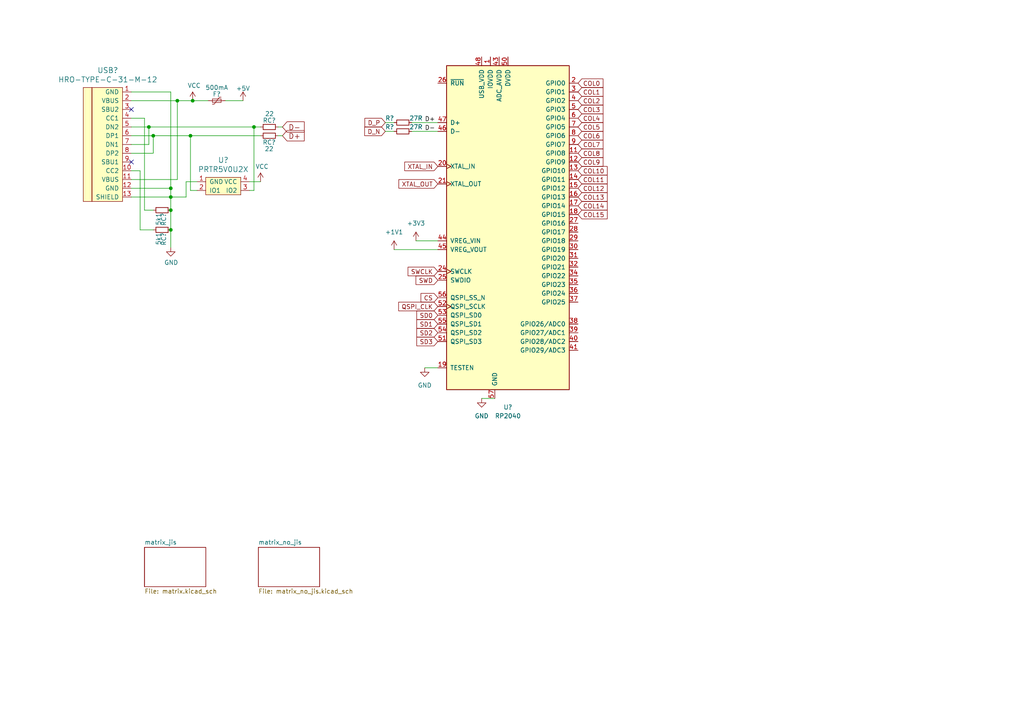
<source format=kicad_sch>
(kicad_sch (version 20211123) (generator eeschema)
  (paper "A4")
  (lib_symbols
    (symbol "Device:Polyfuse_Small" (pin_numbers hide) (pin_names (offset 0))
      (property "Reference" "F" (at -1.905 0 90))
      (property "Value" "Polyfuse_Small" (at 1.905 0 90))
      (symbol "Polyfuse_Small_0_1"
        (rectangle (start -0.508 1.27) (end 0.508 -1.27))
        (polyline (pts (xy 0 2.54) (xy 0 -2.54)))
        (polyline (pts (xy -1.016 1.27) (xy -1.016 0.762) (xy 1.016 -0.762) (xy 1.016 -1.27)))
      )
      (symbol "Polyfuse_Small_1_1"
        (pin passive line (at 0 2.54 270) (length 0.635) (name "~") (number "1"))
        (pin passive line (at 0 -2.54 90) (length 0.635) (name "~") (number "2"))
      )
    )
    (symbol "Device:R_Small" (pin_numbers hide) (pin_names (offset 0.254) hide)
      (property "Reference" "R" (at 0.762 0.508 0))
      (property "Value" "R_Small" (at 0.762 -1.016 0))
      (symbol "R_Small_0_1"
        (rectangle (start -0.762 1.778) (end 0.762 -1.778) (stroke (width 0.2032)))
      )
      (symbol "R_Small_1_1"
        (pin passive line (at 0 2.54 270) (length 0.762) (name "~") (number "1"))
        (pin passive line (at 0 -2.54 90) (length 0.762) (name "~") (number "2"))
      )
    )
    (symbol "Sleep-lib:RP2040" (pin_names (offset 1.016))
      (property "Reference" "U" (at 8.89 51.435 0))
      (property "Value" "RP2040" (at 8.89 48.895 0))
      (symbol "RP2040_0_0"
        (rectangle (start -17.78 -45.72) (end 17.78 48.26) (stroke (width 0.254)) (fill (type background)))
      )
      (symbol "RP2040_1_1"
        (pin power_in line (at -5.08 50.8 270) (length 2.54) (name "IOVDD") (number "1"))
        (pin power_in line (at -5.08 50.8 270) (length 2.54) hide (name "IOVDD") (number "10"))
        (pin input line (at 20.32 22.86 180) (length 2.54) (name "GPIO8") (number "11"))
        (pin input line (at 20.32 20.32 180) (length 2.54) (name "GPIO9") (number "12"))
        (pin input line (at 20.32 17.78 180) (length 2.54) (name "GPIO10") (number "13"))
        (pin input line (at 20.32 15.24 180) (length 2.54) (name "GPIO11") (number "14"))
        (pin input line (at 20.32 12.7 180) (length 2.54) (name "GPIO12") (number "15"))
        (pin input line (at 20.32 10.16 180) (length 2.54) (name "GPIO13") (number "16"))
        (pin input line (at 20.32 7.62 180) (length 2.54) (name "GPIO14") (number "17"))
        (pin input line (at 20.32 5.08 180) (length 2.54) (name "GPIO15") (number "18"))
        (pin input line (at -20.32 -39.37 0) (length 2.54) (name "TESTEN") (number "19"))
        (pin input line (at 20.32 43.18 180) (length 2.54) (name "GPIO0") (number "2"))
        (pin input clock (at -20.32 19.05 0) (length 2.54) (name "XTAL_IN") (number "20"))
        (pin input clock (at -20.32 13.97 0) (length 2.54) (name "XTAL_OUT") (number "21"))
        (pin power_in line (at -5.08 50.8 270) (length 2.54) hide (name "IOVDD") (number "22"))
        (pin power_in line (at 0 50.8 270) (length 2.54) hide (name "DVDD") (number "23"))
        (pin input clock (at -20.32 -11.43 0) (length 2.54) (name "SWCLK") (number "24"))
        (pin bidirectional line (at -20.32 -13.97 0) (length 2.54) (name "SWDIO") (number "25"))
        (pin input line (at -20.32 43.18 0) (length 2.54) (name "~{RUN}") (number "26"))
        (pin input line (at 20.32 2.54 180) (length 2.54) (name "GPIO16") (number "27"))
        (pin input line (at 20.32 0 180) (length 2.54) (name "GPIO17") (number "28"))
        (pin input line (at 20.32 -2.54 180) (length 2.54) (name "GPIO18") (number "29"))
        (pin input line (at 20.32 40.64 180) (length 2.54) (name "GPIO1") (number "3"))
        (pin input line (at 20.32 -5.08 180) (length 2.54) (name "GPIO19") (number "30"))
        (pin input line (at 20.32 -7.62 180) (length 2.54) (name "GPIO20") (number "31"))
        (pin input line (at 20.32 -10.16 180) (length 2.54) (name "GPIO21") (number "32"))
        (pin power_in line (at -5.08 50.8 270) (length 2.54) hide (name "IOVDD") (number "33"))
        (pin input line (at 20.32 -12.7 180) (length 2.54) (name "GPIO22") (number "34"))
        (pin input line (at 20.32 -15.24 180) (length 2.54) (name "GPIO23") (number "35"))
        (pin input line (at 20.32 -17.78 180) (length 2.54) (name "GPIO24") (number "36"))
        (pin input line (at 20.32 -20.32 180) (length 2.54) (name "GPIO25") (number "37"))
        (pin input line (at 20.32 -26.67 180) (length 2.54) (name "GPIO26/ADC0") (number "38"))
        (pin input line (at 20.32 -29.21 180) (length 2.54) (name "GPIO27/ADC1") (number "39"))
        (pin input line (at 20.32 38.1 180) (length 2.54) (name "GPIO2") (number "4"))
        (pin input line (at 20.32 -31.75 180) (length 2.54) (name "GPIO28/ADC2") (number "40"))
        (pin input line (at 20.32 -34.29 180) (length 2.54) (name "GPIO29/ADC3") (number "41"))
        (pin power_in line (at -5.08 50.8 270) (length 2.54) hide (name "IOVDD") (number "42"))
        (pin power_in line (at -2.54 50.8 270) (length 2.54) (name "ADC_AVDD") (number "43"))
        (pin power_in line (at -20.32 -2.54 0) (length 2.54) (name "VREG_VIN") (number "44"))
        (pin power_out line (at -20.32 -5.08 0) (length 2.54) (name "VREG_VOUT") (number "45"))
        (pin bidirectional line (at -20.32 29.21 0) (length 2.54) (name "D-") (number "46"))
        (pin bidirectional line (at -20.32 31.75 0) (length 2.54) (name "D+") (number "47"))
        (pin power_in line (at -7.62 50.8 270) (length 2.54) (name "USB_VDD") (number "48"))
        (pin power_in line (at -5.08 50.8 270) (length 2.54) hide (name "IOVDD") (number "49"))
        (pin input line (at 20.32 35.56 180) (length 2.54) (name "GPIO3") (number "5"))
        (pin power_in line (at 0 50.8 270) (length 2.54) (name "DVDD") (number "50"))
        (pin bidirectional line (at -20.32 -31.75 0) (length 2.54) (name "QSPI_SD3") (number "51"))
        (pin input clock (at -20.32 -21.59 0) (length 2.54) (name "QSPI_SCLK") (number "52"))
        (pin bidirectional line (at -20.32 -24.13 0) (length 2.54) (name "QSPI_SD0") (number "53"))
        (pin bidirectional line (at -20.32 -29.21 0) (length 2.54) (name "QSPI_SD2") (number "54"))
        (pin bidirectional line (at -20.32 -26.67 0) (length 2.54) (name "QSPI_SD1") (number "55"))
        (pin bidirectional line (at -20.32 -19.05 0) (length 2.54) (name "QSPI_SS_N") (number "56"))
        (pin power_in line (at -3.81 -48.26 90) (length 2.54) (name "GND") (number "57"))
        (pin input line (at 20.32 33.02 180) (length 2.54) (name "GPIO4") (number "6"))
        (pin input line (at 20.32 30.48 180) (length 2.54) (name "GPIO5") (number "7"))
        (pin input line (at 20.32 27.94 180) (length 2.54) (name "GPIO6") (number "8"))
        (pin input line (at 20.32 25.4 180) (length 2.54) (name "GPIO7") (number "9"))
      )
    )
    (symbol "Type-C:HRO-TYPE-C-31-M-12" (pin_names (offset 1.016))
      (property "Reference" "USB" (at -5.08 16.51 0))
      (property "Value" "Type-C_HRO-TYPE-C-31-M-12" (at -10.16 -1.27 90))
      (symbol "HRO-TYPE-C-31-M-12_0_1"
        (rectangle (start -11.43 15.24) (end -8.89 -17.78) (fill (type background)))
        (rectangle (start 0 -17.78) (end -8.89 15.24) (fill (type background)))
      )
      (symbol "HRO-TYPE-C-31-M-12_1_1"
        (pin input line (at 2.54 13.97 180) (length 2.54) (name "GND") (number "1"))
        (pin input line (at 2.54 -8.89 180) (length 2.54) (name "CC2") (number "10"))
        (pin input line (at 2.54 -11.43 180) (length 2.54) (name "VBUS") (number "11"))
        (pin input line (at 2.54 -13.97 180) (length 2.54) (name "GND") (number "12"))
        (pin input line (at 2.54 -16.51 180) (length 2.54) (name "SHIELD") (number "13"))
        (pin input line (at 2.54 11.43 180) (length 2.54) (name "VBUS") (number "2"))
        (pin input line (at 2.54 8.89 180) (length 2.54) (name "SBU2") (number "3"))
        (pin input line (at 2.54 6.35 180) (length 2.54) (name "CC1") (number "4"))
        (pin input line (at 2.54 3.81 180) (length 2.54) (name "DN2") (number "5"))
        (pin input line (at 2.54 1.27 180) (length 2.54) (name "DP1") (number "6"))
        (pin input line (at 2.54 -1.27 180) (length 2.54) (name "DN1") (number "7"))
        (pin input line (at 2.54 -3.81 180) (length 2.54) (name "DP2") (number "8"))
        (pin input line (at 2.54 -6.35 180) (length 2.54) (name "SBU1") (number "9"))
      )
    )
    (symbol "ai03-locallib:PRTR5V0U2X" (pin_names (offset 1.016))
      (property "Reference" "U" (at 0 3.81 0))
      (property "Value" "ai03-locallib_PRTR5V0U2X" (at 0 -3.81 0))
      (symbol "PRTR5V0U2X_0_1"
        (rectangle (start -5.08 2.54) (end 5.08 -2.54) (fill (type background)))
      )
      (symbol "PRTR5V0U2X_1_1"
        (pin input line (at -7.62 1.27 0) (length 2.54) (name "GND") (number "1"))
        (pin input line (at -7.62 -1.27 0) (length 2.54) (name "IO1") (number "2"))
        (pin input line (at 7.62 -1.27 180) (length 2.54) (name "IO2") (number "3"))
        (pin input line (at 7.62 1.27 180) (length 2.54) (name "VCC") (number "4"))
      )
    )
    (symbol "power:+1V1" (power) (pin_names (offset 0))
      (property "Value" "+1V1" (at 0 3.556 0))
      (symbol "+1V1_0_1"
        (polyline (pts (xy -0.762 1.27) (xy 0 2.54)))
        (polyline (pts (xy 0 0) (xy 0 2.54)))
        (polyline (pts (xy 0 2.54) (xy 0.762 1.27)))
      )
      (symbol "+1V1_1_1"
        (pin power_in line (at 0 0 90) (length 0) hide (name "+1V1") (number "1"))
      )
    )
    (symbol "power:+3V3" (power) (pin_names (offset 0))
      (property "Value" "+3V3" (at 0 3.556 0))
      (symbol "+3V3_0_1"
        (polyline (pts (xy -0.762 1.27) (xy 0 2.54)))
        (polyline (pts (xy 0 0) (xy 0 2.54)))
        (polyline (pts (xy 0 2.54) (xy 0.762 1.27)))
      )
      (symbol "+3V3_1_1"
        (pin power_in line (at 0 0 90) (length 0) hide (name "+3V3") (number "1"))
      )
    )
    (symbol "power:+5V" (power) (pin_names (offset 0))
      (property "Value" "+5V" (at 0 3.556 0))
      (symbol "+5V_0_1"
        (polyline (pts (xy -0.762 1.27) (xy 0 2.54)))
        (polyline (pts (xy 0 0) (xy 0 2.54)))
        (polyline (pts (xy 0 2.54) (xy 0.762 1.27)))
      )
      (symbol "+5V_1_1"
        (pin power_in line (at 0 0 90) (length 0) hide (name "+5V") (number "1"))
      )
    )
    (symbol "power:GND" (power) (pin_names (offset 0))
      (property "Value" "GND" (at 0 -3.81 0))
      (symbol "GND_0_1"
        (polyline (pts (xy 0 0) (xy 0 -1.27) (xy 1.27 -1.27) (xy 0 -2.54) (xy -1.27 -1.27) (xy 0 -1.27)))
      )
      (symbol "GND_1_1"
        (pin power_in line (at 0 0 270) (length 0) hide (name "GND") (number "1"))
      )
    )
    (symbol "power:VCC" (power) (pin_names (offset 0))
      (property "Value" "VCC" (at 0 3.81 0))
      (symbol "VCC_0_1"
        (polyline (pts (xy -0.762 1.27) (xy 0 2.54)))
        (polyline (pts (xy 0 0) (xy 0 2.54)))
        (polyline (pts (xy 0 2.54) (xy 0.762 1.27)))
      )
      (symbol "VCC_1_1"
        (pin power_in line (at 0 0 90) (length 0) hide (name "VCC") (number "1"))
      )
    )
  )
  (junction (at 43.18 36.83))
  (junction (at 49.53 54.61))
  (junction (at 49.53 60.96))
  (junction (at 55.245 39.37))
  (junction (at 55.88 29.21))
  (junction (at 73.66 36.83))
  (junction (at 44.45 39.37))
  (junction (at 49.53 66.675))
  (junction (at 51.435 29.21))
  (junction (at 49.53 57.15))
  (no_connect (at 38.1 31.75))
  (no_connect (at 38.1 46.99))
  (wire (pts (xy 49.53 26.67) (xy 49.53 54.61)))
  (wire (pts (xy 111.76 38.1) (xy 114.3 38.1)))
  (wire (pts (xy 72.39 55.245) (xy 73.66 55.245)))
  (wire (pts (xy 44.45 44.45) (xy 44.45 39.37)))
  (wire (pts (xy 80.645 36.83) (xy 81.915 36.83)))
  (wire (pts (xy 44.45 39.37) (xy 55.245 39.37)))
  (wire (pts (xy 49.53 66.675) (xy 49.53 71.755)))
  (wire (pts (xy 51.435 29.21) (xy 38.1 29.21)))
  (wire (pts (xy 73.66 36.83) (xy 75.565 36.83)))
  (wire (pts (xy 49.53 57.15) (xy 53.975 57.15)))
  (wire (pts (xy 51.435 29.21) (xy 55.88 29.21)))
  (wire (pts (xy 49.53 57.15) (xy 49.53 60.96)))
  (wire (pts (xy 53.975 57.15) (xy 53.975 52.705)))
  (wire (pts (xy 65.405 29.21) (xy 70.485 29.21)))
  (wire (pts (xy 51.435 52.07) (xy 51.435 29.21)))
  (wire (pts (xy 38.1 44.45) (xy 44.45 44.45)))
  (wire (pts (xy 40.64 66.675) (xy 44.45 66.675)))
  (wire (pts (xy 41.91 34.29) (xy 38.1 34.29)))
  (wire (pts (xy 120.65 69.85) (xy 127 69.85)))
  (wire (pts (xy 55.245 39.37) (xy 75.565 39.37)))
  (wire (pts (xy 49.53 57.15) (xy 49.53 54.61)))
  (wire (pts (xy 123.19 106.68) (xy 127 106.68)))
  (wire (pts (xy 43.18 36.83) (xy 73.66 36.83)))
  (wire (pts (xy 55.88 29.21) (xy 60.325 29.21)))
  (wire (pts (xy 57.15 55.245) (xy 55.245 55.245)))
  (wire (pts (xy 139.7 115.57) (xy 143.51 115.57)))
  (wire (pts (xy 55.245 55.245) (xy 55.245 39.37)))
  (wire (pts (xy 41.91 60.96) (xy 44.45 60.96)))
  (wire (pts (xy 40.64 49.53) (xy 40.64 66.675)))
  (wire (pts (xy 119.38 38.1) (xy 127 38.1)))
  (wire (pts (xy 73.66 55.245) (xy 73.66 36.83)))
  (wire (pts (xy 43.18 36.83) (xy 43.18 41.91)))
  (wire (pts (xy 38.1 49.53) (xy 40.64 49.53)))
  (wire (pts (xy 41.91 60.96) (xy 41.91 34.29)))
  (wire (pts (xy 49.53 60.96) (xy 49.53 66.675)))
  (wire (pts (xy 111.76 35.56) (xy 114.3 35.56)))
  (wire (pts (xy 43.18 41.91) (xy 38.1 41.91)))
  (wire (pts (xy 44.45 39.37) (xy 38.1 39.37)))
  (wire (pts (xy 38.1 57.15) (xy 49.53 57.15)))
  (wire (pts (xy 38.1 52.07) (xy 51.435 52.07)))
  (wire (pts (xy 114.3 72.39) (xy 127 72.39)))
  (wire (pts (xy 75.565 52.705) (xy 72.39 52.705)))
  (wire (pts (xy 38.1 26.67) (xy 49.53 26.67)))
  (wire (pts (xy 81.915 39.37) (xy 80.645 39.37)))
  (wire (pts (xy 119.38 35.56) (xy 127 35.56)))
  (wire (pts (xy 49.53 54.61) (xy 38.1 54.61)))
  (wire (pts (xy 38.1 36.83) (xy 43.18 36.83)))
  (wire (pts (xy 53.975 52.705) (xy 57.15 52.705)))
  (label "D-" (at 123.19 38.1 0))
  (label "D+" (at 123.19 35.56 0))
  (global_label "CS" (shape input) (at 127 86.36 180) (property "Intersheet References" "${INTERSHEET_REFS}" (effects hide)))
  (global_label "D_P" (shape input) (at 111.76 35.56 180) (property "Intersheet References" "${INTERSHEET_REFS}" (effects hide)))
  (global_label "SD0" (shape input) (at 127 91.44 180) (property "Intersheet References" "${INTERSHEET_REFS}" (effects hide)))
  (global_label "SWD" (shape input) (at 127 81.28 180) (property "Intersheet References" "${INTERSHEET_REFS}" (effects hide)))
  (global_label "COL5" (shape input) (at 167.64 36.83 0) (property "Intersheet References" "${INTERSHEET_REFS}" (effects hide)))
  (global_label "QSPI_CLK" (shape input) (at 127 88.9 180) (property "Intersheet References" "${INTERSHEET_REFS}" (effects hide)))
  (global_label "COL2" (shape input) (at 167.64 29.21 0) (property "Intersheet References" "${INTERSHEET_REFS}" (effects hide)))
  (global_label "SD1" (shape input) (at 127 93.98 180) (property "Intersheet References" "${INTERSHEET_REFS}" (effects hide)))
  (global_label "COL9" (shape input) (at 167.64 46.99 0) (property "Intersheet References" "${INTERSHEET_REFS}" (effects hide)))
  (global_label "COL11" (shape input) (at 167.64 52.07 0) (property "Intersheet References" "${INTERSHEET_REFS}" (effects hide)))
  (global_label "XTAL_OUT" (shape input) (at 127 53.34 180) (property "Intersheet References" "${INTERSHEET_REFS}" (effects hide)))
  (global_label "D+" (shape input) (at 81.915 39.37 0) (effects (font (size 1.524 1.524))) (property "Intersheet References" "${INTERSHEET_REFS}" (effects hide)))
  (global_label "SWCLK" (shape input) (at 127 78.74 180) (property "Intersheet References" "${INTERSHEET_REFS}" (effects hide)))
  (global_label "COL15" (shape input) (at 167.64 62.23 0) (property "Intersheet References" "${INTERSHEET_REFS}" (effects hide)))
  (global_label "COL7" (shape input) (at 167.64 41.91 0) (property "Intersheet References" "${INTERSHEET_REFS}" (effects hide)))
  (global_label "D-" (shape input) (at 81.915 36.83 0) (effects (font (size 1.524 1.524))) (property "Intersheet References" "${INTERSHEET_REFS}" (effects hide)))
  (global_label "COL12" (shape input) (at 167.64 54.61 0) (property "Intersheet References" "${INTERSHEET_REFS}" (effects hide)))
  (global_label "COL13" (shape input) (at 167.64 57.15 0) (property "Intersheet References" "${INTERSHEET_REFS}" (effects hide)))
  (global_label "COL4" (shape input) (at 167.64 34.29 0) (property "Intersheet References" "${INTERSHEET_REFS}" (effects hide)))
  (global_label "D_N" (shape input) (at 111.76 38.1 180) (property "Intersheet References" "${INTERSHEET_REFS}" (effects hide)))
  (global_label "SD3" (shape input) (at 127 99.06 180) (property "Intersheet References" "${INTERSHEET_REFS}" (effects hide)))
  (global_label "COL6" (shape input) (at 167.64 39.37 0) (property "Intersheet References" "${INTERSHEET_REFS}" (effects hide)))
  (global_label "COL3" (shape input) (at 167.64 31.75 0) (property "Intersheet References" "${INTERSHEET_REFS}" (effects hide)))
  (global_label "COL1" (shape input) (at 167.64 26.67 0) (property "Intersheet References" "${INTERSHEET_REFS}" (effects hide)))
  (global_label "SD2" (shape input) (at 127 96.52 180) (property "Intersheet References" "${INTERSHEET_REFS}" (effects hide)))
  (global_label "COL14" (shape input) (at 167.64 59.69 0) (property "Intersheet References" "${INTERSHEET_REFS}" (effects hide)))
  (global_label "COL0" (shape input) (at 167.64 24.13 0) (property "Intersheet References" "${INTERSHEET_REFS}" (effects hide)))
  (global_label "XTAL_IN" (shape input) (at 127 48.26 180) (property "Intersheet References" "${INTERSHEET_REFS}" (effects hide)))
  (global_label "COL10" (shape input) (at 167.64 49.53 0) (property "Intersheet References" "${INTERSHEET_REFS}" (effects hide)))
  (global_label "COL8" (shape input) (at 167.64 44.45 0) (property "Intersheet References" "${INTERSHEET_REFS}" (effects hide)))
  (symbol (lib_id "Device:R_Small") (at 116.84 35.56 90) (unit 1)
    (property "Reference" "R?" (at 113.03 34.29 90))
    (property "Value" "27R" (at 120.65 34.29 90))
    (property "Footprint" "Resistor_SMD:R_0603_1608Metric" (effects hide))
    (property "LCSC" "C25190" (effects hide))
  )
  (symbol (lib_id "power:+3V3") (at 120.65 69.85 0) (unit 1)
    (property "Reference" "#PWR?" (effects hide))
    (property "Value" "+3V3" (at 120.65 64.77 0))
  )
  (symbol (lib_id "Device:Polyfuse_Small") (at 62.865 29.21 270) (unit 1)
    (property "Reference" "F?" (at 62.865 27.305 90))
    (property "Value" "500mA" (at 62.865 25.4 90))
    (property "Footprint" "Fuse_Holders_and_Fuses:Fuse_SMD1206_Wave" (effects hide))
  )
  (symbol (lib_id "power:GND") (at 139.7 115.57 0) (unit 1)
    (property "Reference" "#PWR?" (effects hide))
    (property "Value" "GND" (at 139.7 120.65 0))
  )
  (symbol (lib_id "power:VCC") (at 55.88 29.21 0) (unit 1)
    (property "Reference" "#PWR?" (effects hide))
    (property "Value" "VCC" (at 56.3118 24.8158 0))
  )
  (symbol (lib_id "power:+1V1") (at 114.3 72.39 0) (unit 1)
    (property "Reference" "#PWR?" (effects hide))
    (property "Value" "+1V1" (at 114.3 67.31 0))
  )
  (symbol (lib_id "Device:R_Small") (at 46.99 60.96 270) (unit 1)
    (property "Reference" "RC?" (at 47.498 61.722 0) (effects (justify left)))
    (property "Value" "5k1" (at 45.974 61.722 0) (effects (justify left)))
    (property "Footprint" "locallib:R_0603" (effects hide))
  )
  (symbol (lib_id "power:+5V") (at 70.485 29.21 0) (unit 1)
    (property "Reference" "#PWR?" (effects hide))
    (property "Value" "+5V" (at 70.485 25.654 0))
  )
  (symbol (lib_id "ai03-locallib:PRTR5V0U2X") (at 64.77 53.975 0) (unit 1)
    (property "Reference" "U?" (at 64.77 46.4312 0) (effects (font (size 1.524 1.524))))
    (property "Value" "PRTR5V0U2X" (at 64.77 49.1236 0) (effects (font (size 1.524 1.524))))
    (property "Footprint" "locallib:SOT143B" (effects hide))
  )
  (symbol (lib_id "Device:R_Small") (at 116.84 38.1 90) (unit 1)
    (property "Reference" "R?" (at 113.03 36.83 90))
    (property "Value" "27R" (at 120.65 36.83 90))
    (property "Footprint" "Resistor_SMD:R_0603_1608Metric" (effects hide))
    (property "LCSC" "C25190" (effects hide))
  )
  (symbol (lib_id "Device:R_Small") (at 78.105 39.37 90) (unit 1)
    (property "Reference" "RC?" (at 80.01 41.275 90) (effects (justify left)))
    (property "Value" "22" (at 79.375 43.18 90) (effects (justify left)))
    (property "Footprint" "locallib:R_0603" (effects hide))
  )
  (symbol (lib_id "Device:R_Small") (at 78.105 36.83 270) (unit 1)
    (property "Reference" "RC?" (at 76.2 34.925 90) (effects (justify left)))
    (property "Value" "22" (at 76.835 33.02 90) (effects (justify left)))
    (property "Footprint" "locallib:R_0603" (effects hide))
  )
  (symbol (lib_id "power:GND") (at 123.19 106.68 0) (unit 1)
    (property "Reference" "#PWR?" (effects hide))
    (property "Value" "GND" (at 123.19 111.76 0))
  )
  (symbol (lib_id "power:GND") (at 49.53 71.755 0) (unit 1)
    (property "Reference" "#PWR?" (effects hide))
    (property "Value" "GND" (at 49.657 76.1492 0))
  )
  (symbol (lib_id "Type-C:HRO-TYPE-C-31-M-12") (at 35.56 40.64 0) (unit 1)
    (property "Reference" "USB?" (at 31.2674 20.3962 0) (effects (font (size 1.524 1.524))))
    (property "Value" "HRO-TYPE-C-31-M-12" (at 31.2674 23.0886 0) (effects (font (size 1.524 1.524))))
    (property "Footprint" "Type-C:HRO-TYPE-C-31-M-12-Assembly" (effects hide))
  )
  (symbol (lib_id "Sleep-lib:RP2040") (at 147.32 67.31 0) (unit 1)
    (property "Reference" "U?" (at 147.32 118.11 0))
    (property "Value" "RP2040" (at 147.32 120.65 0))
    (property "Footprint" "Sleep-Lib:RP2040-QFN-56" (effects hide))
    (property "Datasheet" "https://datasheets.raspberrypi.com/rp2040/rp2040-datasheet.pdf" (effects hide))
    (property "LCSC" "C2040" (effects hide))
  )
  (symbol (lib_id "Device:R_Small") (at 46.99 66.675 270) (unit 1)
    (property "Reference" "RC?" (at 47.498 67.437 0) (effects (justify left)))
    (property "Value" "5k1" (at 45.974 67.437 0) (effects (justify left)))
    (property "Footprint" "locallib:R_0603" (effects hide))
  )
  (symbol (lib_id "power:VCC") (at 75.565 52.705 0) (unit 1)
    (property "Reference" "#PWR?" (effects hide))
    (property "Value" "VCC" (at 75.9968 48.3108 0))
  )
  (sheet (at 74.93 158.75) (size 17.78 11.43) (stroke (width 0.1524))
    (property "Sheet name" "matrix_no_jis" (at 74.93 158.0384 0) (effects (justify left bottom)))
    (property "Sheet file" "matrix_no_jis.kicad_sch" (at 74.93 170.7646 0) (effects (justify left top)))
  )
  (sheet (at 41.91 158.75) (size 17.78 11.43) (stroke (width 0.1524))
    (property "Sheet name" "matrix_jis" (at 41.91 158.0384 0) (effects (justify left bottom)))
    (property "Sheet file" "matrix.kicad_sch" (at 41.91 170.7646 0) (effects (justify left top)))
  )
)
</source>
